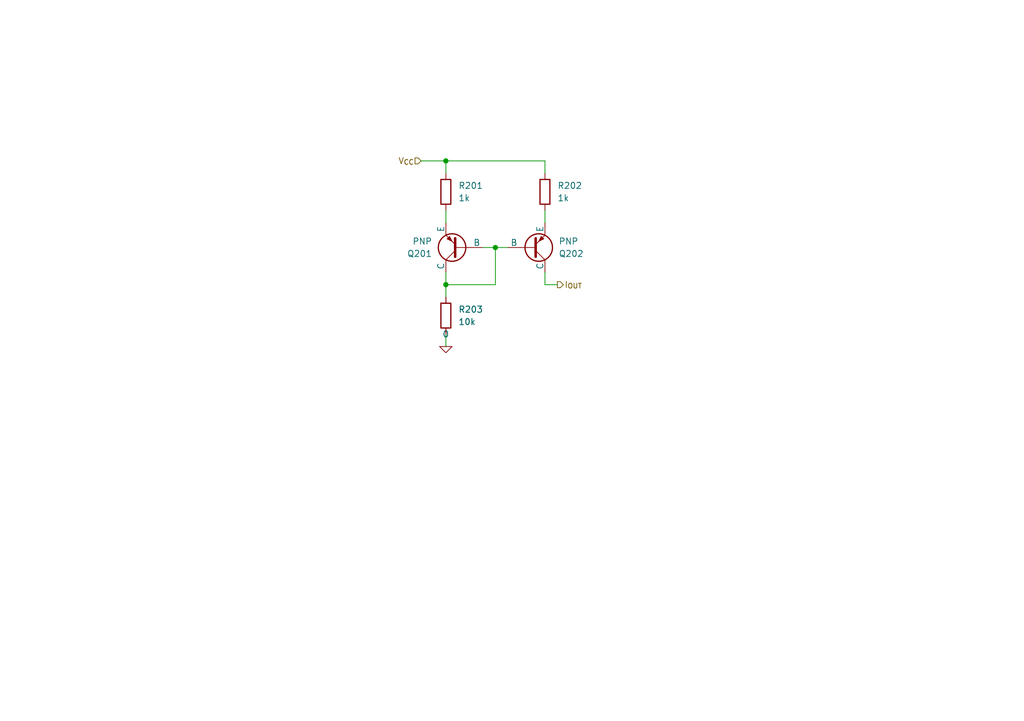
<source format=kicad_sch>
(kicad_sch (version 20231120) (generator "eeschema") (generator_version "8.0")
  (paper "A5")
  (lib_symbols
    (symbol "Device:R" (pin_numbers hide) (pin_names (offset 0))
      (property "Reference" "R" (at 2.032 0 90))
      (property "Value" "R" (at 0 0 90))
      (symbol "R_0_1"
        (rectangle (start -1.016 -2.54) (end 1.016 2.54) (stroke (width 0.254)))
      )
      (symbol "R_1_1"
        (pin passive line (at 0 3.81 270) (length 1.27) (name "~") (number "1"))
        (pin passive line (at 0 -3.81 90) (length 1.27) (name "~") (number "2"))
      )
    )
    (symbol "Simulation_SPICE:0" (power) (pin_numbers hide) (pin_names (offset 0) hide)
      (property "Value" "0" (at 0 -2.54 0))
      (symbol "0_0_1"
        (polyline (pts (xy -1.27 0) (xy 0 -1.27) (xy 1.27 0) (xy -1.27 0)))
      )
      (symbol "0_1_1"
        (pin power_in line (at 0 0 0) (length 0) (name "~") (number "1"))
      )
    )
    (symbol "Simulation_SPICE:PNP" (pin_numbers hide) (pin_names (offset 0))
      (property "Reference" "Q" (at -2.54 7.62 0))
      (property "Value" "PNP" (at -2.54 5.08 0))
      (symbol "PNP_0_1"
        (polyline (pts (xy -2.54 0) (xy 0.635 0)) (stroke (width 0.1524)))
        (polyline (pts (xy 0.635 0.635) (xy 2.54 2.54)))
        (polyline (pts (xy 0.635 -0.635) (xy 2.54 -2.54) (xy 2.54 -2.54)))
        (polyline (pts (xy 0.635 1.905) (xy 0.635 -1.905) (xy 0.635 -1.905)) (stroke (width 0.508)))
        (polyline (pts (xy 2.286 -1.778) (xy 1.778 -2.286) (xy 1.27 -1.27) (xy 2.286 -1.778) (xy 2.286 -1.778)) (fill (type outline)))
        (circle (center 1.27 0) (radius 2.8194) (stroke (width 0.254)))
      )
      (symbol "PNP_1_1"
        (pin open_collector line (at 2.54 5.08 270) (length 2.54) (name "C") (number "1"))
        (pin input line (at -5.08 0 0) (length 2.54) (name "B") (number "2"))
        (pin open_emitter line (at 2.54 -5.08 90) (length 2.54) (name "E") (number "3"))
      )
    )
  )
  (junction (at 91.44 33.02))
  (junction (at 101.6 50.8))
  (junction (at 91.44 58.42))
  (wire (pts (xy 111.76 58.42) (xy 114.3 58.42)))
  (wire (pts (xy 91.44 33.02) (xy 91.44 35.56)))
  (wire (pts (xy 91.44 43.18) (xy 91.44 45.72)))
  (wire (pts (xy 86.36 33.02) (xy 91.44 33.02)))
  (wire (pts (xy 91.44 55.88) (xy 91.44 58.42)))
  (wire (pts (xy 101.6 50.8) (xy 104.14 50.8)))
  (wire (pts (xy 99.06 50.8) (xy 101.6 50.8)))
  (wire (pts (xy 111.76 43.18) (xy 111.76 45.72)))
  (wire (pts (xy 91.44 58.42) (xy 91.44 60.96)))
  (wire (pts (xy 111.76 55.88) (xy 111.76 58.42)))
  (wire (pts (xy 91.44 58.42) (xy 101.6 58.42)))
  (wire (pts (xy 101.6 58.42) (xy 101.6 50.8)))
  (wire (pts (xy 111.76 35.56) (xy 111.76 33.02)))
  (wire (pts (xy 111.76 33.02) (xy 91.44 33.02)))
  (wire (pts (xy 91.44 68.58) (xy 91.44 71.12)))
  (hierarchical_label "I_{OUT}" (shape output) (at 114.3 58.42 0) (effects (font (size 1.25 1.25))))
  (hierarchical_label "V_{CC}" (shape input) (at 86.36 33.02 180) (effects (font (size 1.25 1.25))))
  (symbol (lib_id "Simulation_SPICE:0") (at 91.44 71.12 0) (unit 1)
    (property "Reference" "#GND0201" (effects (hide yes)))
    (property "Value" "0" (at 91.44 68.58 0))
    (property "Datasheet" "https://ngspice.sourceforge.io/docs/ngspice-html-manual/manual.xhtml#subsec_Circuit_elements__device" (effects (hide yes)))
    (property "Description" "0V reference potential for simulation" (effects (hide yes)))
  )
  (symbol (lib_id "Simulation_SPICE:PNP") (at 109.22 50.8 0) (mirror x) (unit 1)
    (property "Reference" "Q202" (at 114.554 52.0701 0) (effects (justify left)))
    (property "Value" "PNP" (at 114.554 49.5301 0) (effects (justify left)))
    (property "Datasheet" "https://ngspice.sourceforge.io/docs/ngspice-html-manual/manual.xhtml#cha_BJTs" (effects (hide yes)))
    (property "Description" "Bipolar transistor symbol for simulation only, substrate tied to the emitter" (effects (hide yes)))
    (property "Sim.Device" "PNP" (effects (hide yes)))
    (property "Sim.Type" "GUMMELPOON" (effects (hide yes)))
    (property "Sim.Pins" "1=C 2=B 3=E" (effects (hide yes)))
  )
  (symbol (lib_id "Simulation_SPICE:PNP") (at 93.98 50.8 180) (unit 1)
    (property "Reference" "Q201" (at 88.646 52.0701 0) (effects (justify left)))
    (property "Value" "PNP" (at 88.646 49.5301 0) (effects (justify left)))
    (property "Datasheet" "https://ngspice.sourceforge.io/docs/ngspice-html-manual/manual.xhtml#cha_BJTs" (effects (hide yes)))
    (property "Description" "Bipolar transistor symbol for simulation only, substrate tied to the emitter" (effects (hide yes)))
    (property "Sim.Device" "PNP" (effects (hide yes)))
    (property "Sim.Type" "GUMMELPOON" (effects (hide yes)))
    (property "Sim.Pins" "1=C 2=B 3=E" (effects (hide yes)))
  )
  (symbol (lib_id "Device:R") (at 91.44 64.77 0) (unit 1)
    (property "Reference" "R203" (at 93.98 63.4999 0) (effects (justify left)))
    (property "Value" "10k" (at 93.98 66.04 0) (effects (font (size 1.25 1.25)) (justify left)))
    (property "Description" "Resistor" (effects (hide yes)))
  )
  (symbol (lib_id "Device:R") (at 111.76 39.37 0) (unit 1)
    (property "Reference" "R202" (at 114.3 38.0999 0) (effects (justify left)))
    (property "Value" "1k" (at 114.3 40.6399 0) (effects (justify left)))
    (property "Description" "Resistor" (effects (hide yes)))
  )
  (symbol (lib_id "Device:R") (at 91.44 39.37 0) (unit 1)
    (property "Reference" "R201" (at 93.98 38.0999 0) (effects (justify left)))
    (property "Value" "1k" (at 93.98 40.6399 0) (effects (justify left)))
    (property "Description" "Resistor" (effects (hide yes)))
  )
)
</source>
